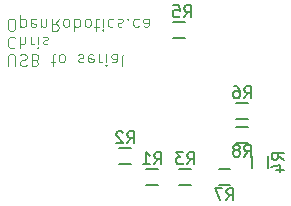
<source format=gbo>
G04 #@! TF.FileFunction,Legend,Bot*
%FSLAX46Y46*%
G04 Gerber Fmt 4.6, Leading zero omitted, Abs format (unit mm)*
G04 Created by KiCad (PCBNEW 4.0.0-rc1-stable) date 12/2/2015 8:57:58 PM*
%MOMM*%
G01*
G04 APERTURE LIST*
%ADD10C,0.100000*%
%ADD11C,0.150000*%
G04 APERTURE END LIST*
D10*
X128000095Y-111013619D02*
X128000095Y-110204095D01*
X128047714Y-110108857D01*
X128095333Y-110061238D01*
X128190571Y-110013619D01*
X128381048Y-110013619D01*
X128476286Y-110061238D01*
X128523905Y-110108857D01*
X128571524Y-110204095D01*
X128571524Y-111013619D01*
X129000095Y-110061238D02*
X129142952Y-110013619D01*
X129381048Y-110013619D01*
X129476286Y-110061238D01*
X129523905Y-110108857D01*
X129571524Y-110204095D01*
X129571524Y-110299333D01*
X129523905Y-110394571D01*
X129476286Y-110442190D01*
X129381048Y-110489810D01*
X129190571Y-110537429D01*
X129095333Y-110585048D01*
X129047714Y-110632667D01*
X129000095Y-110727905D01*
X129000095Y-110823143D01*
X129047714Y-110918381D01*
X129095333Y-110966000D01*
X129190571Y-111013619D01*
X129428667Y-111013619D01*
X129571524Y-110966000D01*
X130333429Y-110537429D02*
X130476286Y-110489810D01*
X130523905Y-110442190D01*
X130571524Y-110346952D01*
X130571524Y-110204095D01*
X130523905Y-110108857D01*
X130476286Y-110061238D01*
X130381048Y-110013619D01*
X130000095Y-110013619D01*
X130000095Y-111013619D01*
X130333429Y-111013619D01*
X130428667Y-110966000D01*
X130476286Y-110918381D01*
X130523905Y-110823143D01*
X130523905Y-110727905D01*
X130476286Y-110632667D01*
X130428667Y-110585048D01*
X130333429Y-110537429D01*
X130000095Y-110537429D01*
X131619143Y-110680286D02*
X132000095Y-110680286D01*
X131762000Y-111013619D02*
X131762000Y-110156476D01*
X131809619Y-110061238D01*
X131904857Y-110013619D01*
X132000095Y-110013619D01*
X132476286Y-110013619D02*
X132381048Y-110061238D01*
X132333429Y-110108857D01*
X132285810Y-110204095D01*
X132285810Y-110489810D01*
X132333429Y-110585048D01*
X132381048Y-110632667D01*
X132476286Y-110680286D01*
X132619144Y-110680286D01*
X132714382Y-110632667D01*
X132762001Y-110585048D01*
X132809620Y-110489810D01*
X132809620Y-110204095D01*
X132762001Y-110108857D01*
X132714382Y-110061238D01*
X132619144Y-110013619D01*
X132476286Y-110013619D01*
X133952477Y-110061238D02*
X134047715Y-110013619D01*
X134238191Y-110013619D01*
X134333430Y-110061238D01*
X134381049Y-110156476D01*
X134381049Y-110204095D01*
X134333430Y-110299333D01*
X134238191Y-110346952D01*
X134095334Y-110346952D01*
X134000096Y-110394571D01*
X133952477Y-110489810D01*
X133952477Y-110537429D01*
X134000096Y-110632667D01*
X134095334Y-110680286D01*
X134238191Y-110680286D01*
X134333430Y-110632667D01*
X135190573Y-110061238D02*
X135095335Y-110013619D01*
X134904858Y-110013619D01*
X134809620Y-110061238D01*
X134762001Y-110156476D01*
X134762001Y-110537429D01*
X134809620Y-110632667D01*
X134904858Y-110680286D01*
X135095335Y-110680286D01*
X135190573Y-110632667D01*
X135238192Y-110537429D01*
X135238192Y-110442190D01*
X134762001Y-110346952D01*
X135666763Y-110013619D02*
X135666763Y-110680286D01*
X135666763Y-110489810D02*
X135714382Y-110585048D01*
X135762001Y-110632667D01*
X135857239Y-110680286D01*
X135952478Y-110680286D01*
X136285811Y-110013619D02*
X136285811Y-110680286D01*
X136285811Y-111013619D02*
X136238192Y-110966000D01*
X136285811Y-110918381D01*
X136333430Y-110966000D01*
X136285811Y-111013619D01*
X136285811Y-110918381D01*
X137190573Y-110013619D02*
X137190573Y-110537429D01*
X137142954Y-110632667D01*
X137047716Y-110680286D01*
X136857239Y-110680286D01*
X136762001Y-110632667D01*
X137190573Y-110061238D02*
X137095335Y-110013619D01*
X136857239Y-110013619D01*
X136762001Y-110061238D01*
X136714382Y-110156476D01*
X136714382Y-110251714D01*
X136762001Y-110346952D01*
X136857239Y-110394571D01*
X137095335Y-110394571D01*
X137190573Y-110442190D01*
X137809620Y-110013619D02*
X137714382Y-110061238D01*
X137666763Y-110156476D01*
X137666763Y-111013619D01*
X128571524Y-108608857D02*
X128523905Y-108561238D01*
X128381048Y-108513619D01*
X128285810Y-108513619D01*
X128142952Y-108561238D01*
X128047714Y-108656476D01*
X128000095Y-108751714D01*
X127952476Y-108942190D01*
X127952476Y-109085048D01*
X128000095Y-109275524D01*
X128047714Y-109370762D01*
X128142952Y-109466000D01*
X128285810Y-109513619D01*
X128381048Y-109513619D01*
X128523905Y-109466000D01*
X128571524Y-109418381D01*
X129000095Y-108513619D02*
X129000095Y-109513619D01*
X129428667Y-108513619D02*
X129428667Y-109037429D01*
X129381048Y-109132667D01*
X129285810Y-109180286D01*
X129142952Y-109180286D01*
X129047714Y-109132667D01*
X129000095Y-109085048D01*
X129904857Y-108513619D02*
X129904857Y-109180286D01*
X129904857Y-108989810D02*
X129952476Y-109085048D01*
X130000095Y-109132667D01*
X130095333Y-109180286D01*
X130190572Y-109180286D01*
X130523905Y-108513619D02*
X130523905Y-109180286D01*
X130523905Y-109513619D02*
X130476286Y-109466000D01*
X130523905Y-109418381D01*
X130571524Y-109466000D01*
X130523905Y-109513619D01*
X130523905Y-109418381D01*
X130952476Y-108561238D02*
X131047714Y-108513619D01*
X131238190Y-108513619D01*
X131333429Y-108561238D01*
X131381048Y-108656476D01*
X131381048Y-108704095D01*
X131333429Y-108799333D01*
X131238190Y-108846952D01*
X131095333Y-108846952D01*
X131000095Y-108894571D01*
X130952476Y-108989810D01*
X130952476Y-109037429D01*
X131000095Y-109132667D01*
X131095333Y-109180286D01*
X131238190Y-109180286D01*
X131333429Y-109132667D01*
X128190571Y-108013619D02*
X128381048Y-108013619D01*
X128476286Y-107966000D01*
X128571524Y-107870762D01*
X128619143Y-107680286D01*
X128619143Y-107346952D01*
X128571524Y-107156476D01*
X128476286Y-107061238D01*
X128381048Y-107013619D01*
X128190571Y-107013619D01*
X128095333Y-107061238D01*
X128000095Y-107156476D01*
X127952476Y-107346952D01*
X127952476Y-107680286D01*
X128000095Y-107870762D01*
X128095333Y-107966000D01*
X128190571Y-108013619D01*
X129047714Y-107680286D02*
X129047714Y-106680286D01*
X129047714Y-107632667D02*
X129142952Y-107680286D01*
X129333429Y-107680286D01*
X129428667Y-107632667D01*
X129476286Y-107585048D01*
X129523905Y-107489810D01*
X129523905Y-107204095D01*
X129476286Y-107108857D01*
X129428667Y-107061238D01*
X129333429Y-107013619D01*
X129142952Y-107013619D01*
X129047714Y-107061238D01*
X130333429Y-107061238D02*
X130238191Y-107013619D01*
X130047714Y-107013619D01*
X129952476Y-107061238D01*
X129904857Y-107156476D01*
X129904857Y-107537429D01*
X129952476Y-107632667D01*
X130047714Y-107680286D01*
X130238191Y-107680286D01*
X130333429Y-107632667D01*
X130381048Y-107537429D01*
X130381048Y-107442190D01*
X129904857Y-107346952D01*
X130809619Y-107680286D02*
X130809619Y-107013619D01*
X130809619Y-107585048D02*
X130857238Y-107632667D01*
X130952476Y-107680286D01*
X131095334Y-107680286D01*
X131190572Y-107632667D01*
X131238191Y-107537429D01*
X131238191Y-107013619D01*
X132285810Y-107013619D02*
X131952476Y-107489810D01*
X131714381Y-107013619D02*
X131714381Y-108013619D01*
X132095334Y-108013619D01*
X132190572Y-107966000D01*
X132238191Y-107918381D01*
X132285810Y-107823143D01*
X132285810Y-107680286D01*
X132238191Y-107585048D01*
X132190572Y-107537429D01*
X132095334Y-107489810D01*
X131714381Y-107489810D01*
X132857238Y-107013619D02*
X132762000Y-107061238D01*
X132714381Y-107108857D01*
X132666762Y-107204095D01*
X132666762Y-107489810D01*
X132714381Y-107585048D01*
X132762000Y-107632667D01*
X132857238Y-107680286D01*
X133000096Y-107680286D01*
X133095334Y-107632667D01*
X133142953Y-107585048D01*
X133190572Y-107489810D01*
X133190572Y-107204095D01*
X133142953Y-107108857D01*
X133095334Y-107061238D01*
X133000096Y-107013619D01*
X132857238Y-107013619D01*
X133619143Y-107013619D02*
X133619143Y-108013619D01*
X133619143Y-107632667D02*
X133714381Y-107680286D01*
X133904858Y-107680286D01*
X134000096Y-107632667D01*
X134047715Y-107585048D01*
X134095334Y-107489810D01*
X134095334Y-107204095D01*
X134047715Y-107108857D01*
X134000096Y-107061238D01*
X133904858Y-107013619D01*
X133714381Y-107013619D01*
X133619143Y-107061238D01*
X134666762Y-107013619D02*
X134571524Y-107061238D01*
X134523905Y-107108857D01*
X134476286Y-107204095D01*
X134476286Y-107489810D01*
X134523905Y-107585048D01*
X134571524Y-107632667D01*
X134666762Y-107680286D01*
X134809620Y-107680286D01*
X134904858Y-107632667D01*
X134952477Y-107585048D01*
X135000096Y-107489810D01*
X135000096Y-107204095D01*
X134952477Y-107108857D01*
X134904858Y-107061238D01*
X134809620Y-107013619D01*
X134666762Y-107013619D01*
X135285810Y-107680286D02*
X135666762Y-107680286D01*
X135428667Y-108013619D02*
X135428667Y-107156476D01*
X135476286Y-107061238D01*
X135571524Y-107013619D01*
X135666762Y-107013619D01*
X136000096Y-107013619D02*
X136000096Y-107680286D01*
X136000096Y-108013619D02*
X135952477Y-107966000D01*
X136000096Y-107918381D01*
X136047715Y-107966000D01*
X136000096Y-108013619D01*
X136000096Y-107918381D01*
X136904858Y-107061238D02*
X136809620Y-107013619D01*
X136619143Y-107013619D01*
X136523905Y-107061238D01*
X136476286Y-107108857D01*
X136428667Y-107204095D01*
X136428667Y-107489810D01*
X136476286Y-107585048D01*
X136523905Y-107632667D01*
X136619143Y-107680286D01*
X136809620Y-107680286D01*
X136904858Y-107632667D01*
X137285810Y-107061238D02*
X137381048Y-107013619D01*
X137571524Y-107013619D01*
X137666763Y-107061238D01*
X137714382Y-107156476D01*
X137714382Y-107204095D01*
X137666763Y-107299333D01*
X137571524Y-107346952D01*
X137428667Y-107346952D01*
X137333429Y-107394571D01*
X137285810Y-107489810D01*
X137285810Y-107537429D01*
X137333429Y-107632667D01*
X137428667Y-107680286D01*
X137571524Y-107680286D01*
X137666763Y-107632667D01*
X138142953Y-107108857D02*
X138190572Y-107061238D01*
X138142953Y-107013619D01*
X138095334Y-107061238D01*
X138142953Y-107108857D01*
X138142953Y-107013619D01*
X139047715Y-107061238D02*
X138952477Y-107013619D01*
X138762000Y-107013619D01*
X138666762Y-107061238D01*
X138619143Y-107108857D01*
X138571524Y-107204095D01*
X138571524Y-107489810D01*
X138619143Y-107585048D01*
X138666762Y-107632667D01*
X138762000Y-107680286D01*
X138952477Y-107680286D01*
X139047715Y-107632667D01*
X139904858Y-107013619D02*
X139904858Y-107537429D01*
X139857239Y-107632667D01*
X139762001Y-107680286D01*
X139571524Y-107680286D01*
X139476286Y-107632667D01*
X139904858Y-107061238D02*
X139809620Y-107013619D01*
X139571524Y-107013619D01*
X139476286Y-107061238D01*
X139428667Y-107156476D01*
X139428667Y-107251714D01*
X139476286Y-107346952D01*
X139571524Y-107394571D01*
X139809620Y-107394571D01*
X139904858Y-107442190D01*
D11*
X148328000Y-116165000D02*
X147328000Y-116165000D01*
X147328000Y-117515000D02*
X148328000Y-117515000D01*
X139708000Y-121071000D02*
X140708000Y-121071000D01*
X140708000Y-119721000D02*
X139708000Y-119721000D01*
X137422000Y-119293000D02*
X138422000Y-119293000D01*
X138422000Y-117943000D02*
X137422000Y-117943000D01*
X142502000Y-121071000D02*
X143502000Y-121071000D01*
X143502000Y-119721000D02*
X142502000Y-119721000D01*
X148677000Y-118638000D02*
X148677000Y-119638000D01*
X150027000Y-119638000D02*
X150027000Y-118638000D01*
X141994000Y-108625000D02*
X142994000Y-108625000D01*
X142994000Y-107275000D02*
X141994000Y-107275000D01*
X147328000Y-115483000D02*
X148328000Y-115483000D01*
X148328000Y-114133000D02*
X147328000Y-114133000D01*
X146816000Y-119721000D02*
X145816000Y-119721000D01*
X145816000Y-121071000D02*
X146816000Y-121071000D01*
X147994666Y-118689381D02*
X148328000Y-118213190D01*
X148566095Y-118689381D02*
X148566095Y-117689381D01*
X148185142Y-117689381D01*
X148089904Y-117737000D01*
X148042285Y-117784619D01*
X147994666Y-117879857D01*
X147994666Y-118022714D01*
X148042285Y-118117952D01*
X148089904Y-118165571D01*
X148185142Y-118213190D01*
X148566095Y-118213190D01*
X147423238Y-118117952D02*
X147518476Y-118070333D01*
X147566095Y-118022714D01*
X147613714Y-117927476D01*
X147613714Y-117879857D01*
X147566095Y-117784619D01*
X147518476Y-117737000D01*
X147423238Y-117689381D01*
X147232761Y-117689381D01*
X147137523Y-117737000D01*
X147089904Y-117784619D01*
X147042285Y-117879857D01*
X147042285Y-117927476D01*
X147089904Y-118022714D01*
X147137523Y-118070333D01*
X147232761Y-118117952D01*
X147423238Y-118117952D01*
X147518476Y-118165571D01*
X147566095Y-118213190D01*
X147613714Y-118308429D01*
X147613714Y-118498905D01*
X147566095Y-118594143D01*
X147518476Y-118641762D01*
X147423238Y-118689381D01*
X147232761Y-118689381D01*
X147137523Y-118641762D01*
X147089904Y-118594143D01*
X147042285Y-118498905D01*
X147042285Y-118308429D01*
X147089904Y-118213190D01*
X147137523Y-118165571D01*
X147232761Y-118117952D01*
X140374666Y-119324381D02*
X140708000Y-118848190D01*
X140946095Y-119324381D02*
X140946095Y-118324381D01*
X140565142Y-118324381D01*
X140469904Y-118372000D01*
X140422285Y-118419619D01*
X140374666Y-118514857D01*
X140374666Y-118657714D01*
X140422285Y-118752952D01*
X140469904Y-118800571D01*
X140565142Y-118848190D01*
X140946095Y-118848190D01*
X139422285Y-119324381D02*
X139993714Y-119324381D01*
X139708000Y-119324381D02*
X139708000Y-118324381D01*
X139803238Y-118467238D01*
X139898476Y-118562476D01*
X139993714Y-118610095D01*
X138088666Y-117546381D02*
X138422000Y-117070190D01*
X138660095Y-117546381D02*
X138660095Y-116546381D01*
X138279142Y-116546381D01*
X138183904Y-116594000D01*
X138136285Y-116641619D01*
X138088666Y-116736857D01*
X138088666Y-116879714D01*
X138136285Y-116974952D01*
X138183904Y-117022571D01*
X138279142Y-117070190D01*
X138660095Y-117070190D01*
X137707714Y-116641619D02*
X137660095Y-116594000D01*
X137564857Y-116546381D01*
X137326761Y-116546381D01*
X137231523Y-116594000D01*
X137183904Y-116641619D01*
X137136285Y-116736857D01*
X137136285Y-116832095D01*
X137183904Y-116974952D01*
X137755333Y-117546381D01*
X137136285Y-117546381D01*
X143168666Y-119324381D02*
X143502000Y-118848190D01*
X143740095Y-119324381D02*
X143740095Y-118324381D01*
X143359142Y-118324381D01*
X143263904Y-118372000D01*
X143216285Y-118419619D01*
X143168666Y-118514857D01*
X143168666Y-118657714D01*
X143216285Y-118752952D01*
X143263904Y-118800571D01*
X143359142Y-118848190D01*
X143740095Y-118848190D01*
X142835333Y-118324381D02*
X142216285Y-118324381D01*
X142549619Y-118705333D01*
X142406761Y-118705333D01*
X142311523Y-118752952D01*
X142263904Y-118800571D01*
X142216285Y-118895810D01*
X142216285Y-119133905D01*
X142263904Y-119229143D01*
X142311523Y-119276762D01*
X142406761Y-119324381D01*
X142692476Y-119324381D01*
X142787714Y-119276762D01*
X142835333Y-119229143D01*
X151328381Y-118971334D02*
X150852190Y-118638000D01*
X151328381Y-118399905D02*
X150328381Y-118399905D01*
X150328381Y-118780858D01*
X150376000Y-118876096D01*
X150423619Y-118923715D01*
X150518857Y-118971334D01*
X150661714Y-118971334D01*
X150756952Y-118923715D01*
X150804571Y-118876096D01*
X150852190Y-118780858D01*
X150852190Y-118399905D01*
X150661714Y-119828477D02*
X151328381Y-119828477D01*
X150280762Y-119590381D02*
X150995048Y-119352286D01*
X150995048Y-119971334D01*
X142902666Y-106878381D02*
X143236000Y-106402190D01*
X143474095Y-106878381D02*
X143474095Y-105878381D01*
X143093142Y-105878381D01*
X142997904Y-105926000D01*
X142950285Y-105973619D01*
X142902666Y-106068857D01*
X142902666Y-106211714D01*
X142950285Y-106306952D01*
X142997904Y-106354571D01*
X143093142Y-106402190D01*
X143474095Y-106402190D01*
X141997904Y-105878381D02*
X142474095Y-105878381D01*
X142521714Y-106354571D01*
X142474095Y-106306952D01*
X142378857Y-106259333D01*
X142140761Y-106259333D01*
X142045523Y-106306952D01*
X141997904Y-106354571D01*
X141950285Y-106449810D01*
X141950285Y-106687905D01*
X141997904Y-106783143D01*
X142045523Y-106830762D01*
X142140761Y-106878381D01*
X142378857Y-106878381D01*
X142474095Y-106830762D01*
X142521714Y-106783143D01*
X147994666Y-113736381D02*
X148328000Y-113260190D01*
X148566095Y-113736381D02*
X148566095Y-112736381D01*
X148185142Y-112736381D01*
X148089904Y-112784000D01*
X148042285Y-112831619D01*
X147994666Y-112926857D01*
X147994666Y-113069714D01*
X148042285Y-113164952D01*
X148089904Y-113212571D01*
X148185142Y-113260190D01*
X148566095Y-113260190D01*
X147137523Y-112736381D02*
X147328000Y-112736381D01*
X147423238Y-112784000D01*
X147470857Y-112831619D01*
X147566095Y-112974476D01*
X147613714Y-113164952D01*
X147613714Y-113545905D01*
X147566095Y-113641143D01*
X147518476Y-113688762D01*
X147423238Y-113736381D01*
X147232761Y-113736381D01*
X147137523Y-113688762D01*
X147089904Y-113641143D01*
X147042285Y-113545905D01*
X147042285Y-113307810D01*
X147089904Y-113212571D01*
X147137523Y-113164952D01*
X147232761Y-113117333D01*
X147423238Y-113117333D01*
X147518476Y-113164952D01*
X147566095Y-113212571D01*
X147613714Y-113307810D01*
X146482666Y-122372381D02*
X146816000Y-121896190D01*
X147054095Y-122372381D02*
X147054095Y-121372381D01*
X146673142Y-121372381D01*
X146577904Y-121420000D01*
X146530285Y-121467619D01*
X146482666Y-121562857D01*
X146482666Y-121705714D01*
X146530285Y-121800952D01*
X146577904Y-121848571D01*
X146673142Y-121896190D01*
X147054095Y-121896190D01*
X146149333Y-121372381D02*
X145482666Y-121372381D01*
X145911238Y-122372381D01*
M02*

</source>
